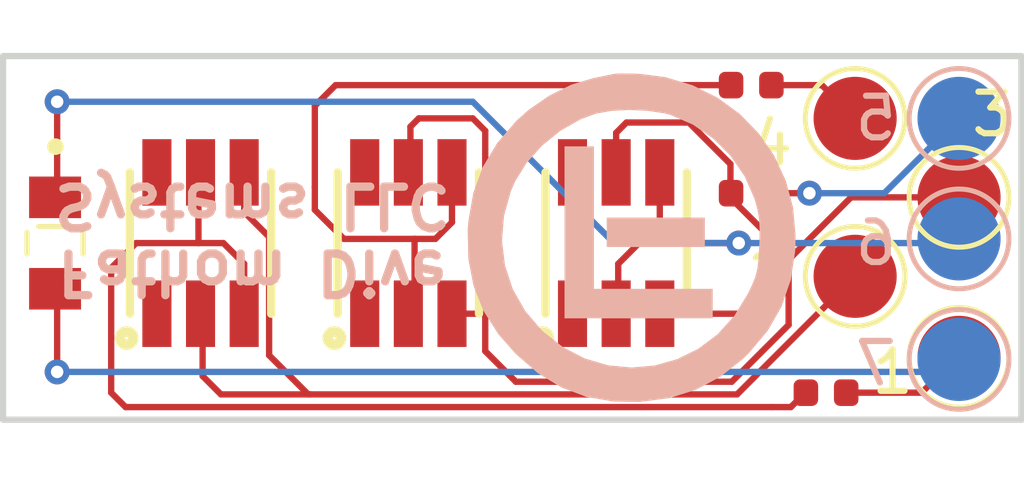
<source format=kicad_pcb>
(kicad_pcb (version 20171130) (host pcbnew "(5.1.5-0-10_14)")

  (general
    (thickness 1.6)
    (drawings 5)
    (tracks 86)
    (zones 0)
    (modules 15)
    (nets 17)
  )

  (page USLetter)
  (title_block
    (title "HUD display")
    (date 2021-01-28)
    (rev 3_0)
    (company "Fathom Dive Systems")
  )

  (layers
    (0 Top signal)
    (31 Bottom signal)
    (34 B.Paste user)
    (35 F.Paste user)
    (36 B.SilkS user)
    (37 F.SilkS user)
    (38 B.Mask user)
    (39 F.Mask user)
    (40 Dwgs.User user)
    (41 Cmts.User user)
    (42 Eco1.User user)
    (43 Eco2.User user)
    (44 Edge.Cuts user)
    (45 Margin user)
    (46 B.CrtYd user)
    (47 F.CrtYd user)
  )

  (setup
    (last_trace_width 0.1524)
    (trace_clearance 0.1524)
    (zone_clearance 0.508)
    (zone_45_only no)
    (trace_min 0.1524)
    (via_size 0.508)
    (via_drill 0.254)
    (via_min_size 0.508)
    (via_min_drill 0.254)
    (uvia_size 0.508)
    (uvia_drill 0.254)
    (uvias_allowed no)
    (uvia_min_size 0.2)
    (uvia_min_drill 0.1)
    (edge_width 0.15)
    (segment_width 0.2)
    (pcb_text_width 0.3)
    (pcb_text_size 1.5 1.5)
    (mod_edge_width 0.15)
    (mod_text_size 1 1)
    (mod_text_width 0.15)
    (pad_size 1.524 1.524)
    (pad_drill 0.762)
    (pad_to_mask_clearance 0.0508)
    (aux_axis_origin 0 0)
    (visible_elements FFFFEF7F)
    (pcbplotparams
      (layerselection 0x010fc_ffffffff)
      (usegerberextensions false)
      (usegerberattributes false)
      (usegerberadvancedattributes false)
      (creategerberjobfile false)
      (excludeedgelayer true)
      (linewidth 0.100000)
      (plotframeref false)
      (viasonmask false)
      (mode 1)
      (useauxorigin false)
      (hpglpennumber 1)
      (hpglpenspeed 20)
      (hpglpendiameter 15.000000)
      (psnegative false)
      (psa4output false)
      (plotreference true)
      (plotvalue true)
      (plotinvisibletext false)
      (padsonsilk false)
      (subtractmaskfromsilk false)
      (outputformat 1)
      (mirror false)
      (drillshape 1)
      (scaleselection 1)
      (outputdirectory ""))
  )

  (net 0 "")
  (net 1 "Net-(J1-Pad1)")
  (net 2 "Net-(J2-Pad1)")
  (net 3 "Net-(J3-Pad1)")
  (net 4 "Net-(J4-Pad1)")
  (net 5 "Net-(J5-Pad1)")
  (net 6 "Net-(J6-Pad1)")
  (net 7 "Net-(J7-Pad1)")
  (net 8 "Net-(LED1-Pad6)")
  (net 9 "Net-(LED1-Pad3)")
  (net 10 "Net-(LED1-Pad1)")
  (net 11 "Net-(LED2-Pad6)")
  (net 12 "Net-(LED2-Pad1)")
  (net 13 "Net-(LED3-Pad6)")
  (net 14 "Net-(LED3-Pad3)")
  (net 15 "Net-(LED3-Pad1)")
  (net 16 "Net-(LED2-Pad2)")

  (net_class Default "This is the default net class."
    (clearance 0.1524)
    (trace_width 0.1524)
    (via_dia 0.508)
    (via_drill 0.254)
    (uvia_dia 0.508)
    (uvia_drill 0.254)
    (diff_pair_width 0.1524)
    (diff_pair_gap 0.1524)
    (add_net "Net-(J1-Pad1)")
    (add_net "Net-(J2-Pad1)")
    (add_net "Net-(J3-Pad1)")
    (add_net "Net-(J4-Pad1)")
    (add_net "Net-(J5-Pad1)")
    (add_net "Net-(J6-Pad1)")
    (add_net "Net-(J7-Pad1)")
    (add_net "Net-(LED1-Pad1)")
    (add_net "Net-(LED1-Pad3)")
    (add_net "Net-(LED1-Pad6)")
    (add_net "Net-(LED2-Pad1)")
    (add_net "Net-(LED2-Pad2)")
    (add_net "Net-(LED2-Pad6)")
    (add_net "Net-(LED3-Pad1)")
    (add_net "Net-(LED3-Pad3)")
    (add_net "Net-(LED3-Pad6)")
  )

  (module "artwork:Fathom logo" (layer Bottom) (tedit 0) (tstamp 601393BD)
    (at 115.1 104.4)
    (fp_text reference G*** (at 0 0) (layer B.SilkS) hide
      (effects (font (size 1.524 1.524) (thickness 0.3)) (justify mirror))
    )
    (fp_text value LOGO (at 0.75 0) (layer B.SilkS) hide
      (effects (font (size 1.524 1.524) (thickness 0.3)) (justify mirror))
    )
    (fp_poly (pts (xy 1.778 -0.508) (xy -0.5715 -0.508) (xy -0.5715 0.1905) (xy 1.778 0.1905)
      (xy 1.778 -0.508)) (layer B.SilkS) (width 0.01))
    (fp_poly (pts (xy 1.9685 1.2065) (xy -0.889 1.2065) (xy -0.889 -2.2225) (xy -1.5875 -2.2225)
      (xy -1.5875 1.905) (xy 1.9685 1.905) (xy 1.9685 1.2065)) (layer B.SilkS) (width 0.01))
    (fp_poly (pts (xy 0.924427 3.825972) (xy 1.562975 3.627374) (xy 2.149207 3.316129) (xy 2.694434 2.887178)
      (xy 2.840039 2.74655) (xy 3.290226 2.211436) (xy 3.624692 1.626719) (xy 3.844915 0.988704)
      (xy 3.952372 0.293697) (xy 3.964326 -0.0635) (xy 3.902331 -0.752932) (xy 3.726665 -1.402477)
      (xy 3.447155 -2.001863) (xy 3.073626 -2.540819) (xy 2.615906 -3.009074) (xy 2.083822 -3.396359)
      (xy 1.4872 -3.692401) (xy 0.835867 -3.886931) (xy 0.230817 -3.965689) (xy -0.02825 -3.975581)
      (xy -0.250236 -3.976338) (xy -0.394894 -3.968011) (xy -0.41275 -3.964872) (xy -0.545493 -3.936499)
      (xy -0.748363 -3.895277) (xy -0.889 -3.867462) (xy -1.420947 -3.708157) (xy -1.954455 -3.446185)
      (xy -2.454998 -3.100642) (xy -2.74655 -2.840039) (xy -3.209072 -2.304189) (xy -3.552484 -1.730474)
      (xy -3.781845 -1.107583) (xy -3.902212 -0.424203) (xy -3.916979 -0.22225) (xy -3.911362 0.044503)
      (xy -3.100404 0.044503) (xy -3.052929 -0.557255) (xy -2.884606 -1.154299) (xy -2.786679 -1.38059)
      (xy -2.508438 -1.832312) (xy -2.133084 -2.249319) (xy -1.689694 -2.607228) (xy -1.207345 -2.881656)
      (xy -0.832329 -3.019459) (xy -0.468858 -3.084109) (xy -0.039328 -3.10626) (xy 0.403002 -3.086903)
      (xy 0.804868 -3.027028) (xy 0.961686 -2.986086) (xy 1.497759 -2.755244) (xy 1.986068 -2.419171)
      (xy 2.408581 -1.996108) (xy 2.747264 -1.504295) (xy 2.984083 -0.961971) (xy 2.993966 -0.930483)
      (xy 3.058698 -0.692326) (xy 3.09519 -0.470154) (xy 3.107752 -0.218778) (xy 3.100696 0.106993)
      (xy 3.098296 0.163195) (xy 3.08075 0.476289) (xy 3.054034 0.706367) (xy 3.007759 0.897405)
      (xy 2.931535 1.093381) (xy 2.825987 1.315928) (xy 2.49796 1.851717) (xy 2.095079 2.295532)
      (xy 1.631556 2.644806) (xy 1.121602 2.896975) (xy 0.57943 3.049475) (xy 0.01925 3.099739)
      (xy -0.544726 3.045203) (xy -1.098287 2.883302) (xy -1.627221 2.611471) (xy -2.117316 2.227145)
      (xy -2.13406 2.211174) (xy -2.543859 1.734311) (xy -2.843257 1.204661) (xy -3.029643 0.6366)
      (xy -3.100404 0.044503) (xy -3.911362 0.044503) (xy -3.902128 0.483025) (xy -3.777099 1.130164)
      (xy -3.537882 1.729563) (xy -3.180464 2.291614) (xy -2.764277 2.764277) (xy -2.226526 3.229193)
      (xy -1.660586 3.572374) (xy -1.056066 3.79783) (xy -0.40257 3.909574) (xy 0.22225 3.916979)
      (xy 0.924427 3.825972)) (layer B.SilkS) (width 0.01))
  )

  (module LED_SMD:PLCC6 (layer Top) (tedit 5E5EBE5F) (tstamp 601389AB)
    (at 114.75 104.5 90)
    (descr PLCC6)
    (tags LED)
    (path /60137055)
    (attr smd)
    (fp_text reference LED3 (at 1 -3 90) (layer F.SilkS) hide
      (effects (font (size 1.27 1.27) (thickness 0.254)))
    )
    (fp_text value CLX6F-FKC-CNP1ST1E1BB7D3D3 (at -0.019 3.556 90) (layer F.SilkS) hide
      (effects (font (size 1.27 1.27) (thickness 0.254)))
    )
    (fp_line (start -2.794 -2.032) (end -2.794 2.032) (layer F.CrtYd) (width 0.12))
    (fp_line (start 2.794 -2.032) (end -2.794 -2.032) (layer F.CrtYd) (width 0.12))
    (fp_line (start 2.794 2.032) (end 2.794 -2.032) (layer F.CrtYd) (width 0.12))
    (fp_line (start -2.794 2.032) (end 2.794 2.032) (layer F.CrtYd) (width 0.12))
    (fp_circle (center -2.286 -1.778) (end -2.318 -1.778) (layer F.SilkS) (width 0.254))
    (fp_line (start 1.7 1.7) (end -1.7 1.7) (layer F.SilkS) (width 0.2))
    (fp_line (start -1.7 -1.7) (end 1.7 -1.7) (layer F.SilkS) (width 0.2))
    (fp_line (start -1.7 1.7) (end -1.7 -1.7) (layer Dwgs.User) (width 0.2))
    (fp_line (start 1.7 1.7) (end -1.7 1.7) (layer Dwgs.User) (width 0.2))
    (fp_line (start 1.7 -1.7) (end 1.7 1.7) (layer Dwgs.User) (width 0.2))
    (fp_line (start -1.7 -1.7) (end 1.7 -1.7) (layer Dwgs.User) (width 0.2))
    (pad 6 smd rect (at 1.7 -1.05 180) (size 0.7 1.6) (layers Top F.Paste F.Mask)
      (net 13 "Net-(LED3-Pad6)"))
    (pad 5 smd rect (at 1.7 0 180) (size 0.7 1.6) (layers Top F.Paste F.Mask)
      (net 14 "Net-(LED3-Pad3)"))
    (pad 4 smd rect (at 1.7 1.05 180) (size 0.7 1.6) (layers Top F.Paste F.Mask)
      (net 6 "Net-(J6-Pad1)"))
    (pad 3 smd rect (at -1.7 1.05 180) (size 0.7 1.6) (layers Top F.Paste F.Mask)
      (net 14 "Net-(LED3-Pad3)"))
    (pad 2 smd rect (at -1.7 0 180) (size 0.7 1.6) (layers Top F.Paste F.Mask)
      (net 6 "Net-(J6-Pad1)"))
    (pad 1 smd rect (at -1.7 -1.05 180) (size 0.7 1.6) (layers Top F.Paste F.Mask)
      (net 15 "Net-(LED3-Pad1)"))
  )

  (module LED_SMD:PLCC6 (layer Top) (tedit 5E5EBE5F) (tstamp 60138996)
    (at 109.75 104.5 90)
    (descr PLCC6)
    (tags LED)
    (path /60136DB4)
    (attr smd)
    (fp_text reference LED2 (at 1 -3 90) (layer F.SilkS) hide
      (effects (font (size 1.27 1.27) (thickness 0.254)))
    )
    (fp_text value CLX6F-FKC-CNP1ST1E1BB7D3D3 (at -0.019 3.556 90) (layer F.SilkS) hide
      (effects (font (size 1.27 1.27) (thickness 0.254)))
    )
    (fp_line (start -2.794 -2.032) (end -2.794 2.032) (layer F.CrtYd) (width 0.12))
    (fp_line (start 2.794 -2.032) (end -2.794 -2.032) (layer F.CrtYd) (width 0.12))
    (fp_line (start 2.794 2.032) (end 2.794 -2.032) (layer F.CrtYd) (width 0.12))
    (fp_line (start -2.794 2.032) (end 2.794 2.032) (layer F.CrtYd) (width 0.12))
    (fp_circle (center -2.286 -1.778) (end -2.318 -1.778) (layer F.SilkS) (width 0.254))
    (fp_line (start 1.7 1.7) (end -1.7 1.7) (layer F.SilkS) (width 0.2))
    (fp_line (start -1.7 -1.7) (end 1.7 -1.7) (layer F.SilkS) (width 0.2))
    (fp_line (start -1.7 1.7) (end -1.7 -1.7) (layer Dwgs.User) (width 0.2))
    (fp_line (start 1.7 1.7) (end -1.7 1.7) (layer Dwgs.User) (width 0.2))
    (fp_line (start 1.7 -1.7) (end 1.7 1.7) (layer Dwgs.User) (width 0.2))
    (fp_line (start -1.7 -1.7) (end 1.7 -1.7) (layer Dwgs.User) (width 0.2))
    (pad 6 smd rect (at 1.7 -1.05 180) (size 0.7 1.6) (layers Top F.Paste F.Mask)
      (net 11 "Net-(LED2-Pad6)"))
    (pad 5 smd rect (at 1.7 0 180) (size 0.7 1.6) (layers Top F.Paste F.Mask)
      (net 3 "Net-(J3-Pad1)"))
    (pad 4 smd rect (at 1.7 1.05 180) (size 0.7 1.6) (layers Top F.Paste F.Mask)
      (net 16 "Net-(LED2-Pad2)"))
    (pad 3 smd rect (at -1.7 1.05 180) (size 0.7 1.6) (layers Top F.Paste F.Mask)
      (net 3 "Net-(J3-Pad1)"))
    (pad 2 smd rect (at -1.7 0 180) (size 0.7 1.6) (layers Top F.Paste F.Mask)
      (net 16 "Net-(LED2-Pad2)"))
    (pad 1 smd rect (at -1.7 -1.05 180) (size 0.7 1.6) (layers Top F.Paste F.Mask)
      (net 12 "Net-(LED2-Pad1)"))
  )

  (module LED_SMD:PLCC6 (layer Top) (tedit 5E5EBE5F) (tstamp 60138981)
    (at 104.75 104.5 90)
    (descr PLCC6)
    (tags LED)
    (path /601367BD)
    (attr smd)
    (fp_text reference LED1 (at 1 -3 90) (layer F.SilkS) hide
      (effects (font (size 1.27 1.27) (thickness 0.254)))
    )
    (fp_text value CLX6F-FKC-CNP1ST1E1BB7D3D3 (at -0.019 3.556 90) (layer F.SilkS) hide
      (effects (font (size 1.27 1.27) (thickness 0.254)))
    )
    (fp_line (start -2.794 -2.032) (end -2.794 2.032) (layer F.CrtYd) (width 0.12))
    (fp_line (start 2.794 -2.032) (end -2.794 -2.032) (layer F.CrtYd) (width 0.12))
    (fp_line (start 2.794 2.032) (end 2.794 -2.032) (layer F.CrtYd) (width 0.12))
    (fp_line (start -2.794 2.032) (end 2.794 2.032) (layer F.CrtYd) (width 0.12))
    (fp_circle (center -2.286 -1.778) (end -2.318 -1.778) (layer F.SilkS) (width 0.254))
    (fp_line (start 1.7 1.7) (end -1.7 1.7) (layer F.SilkS) (width 0.2))
    (fp_line (start -1.7 -1.7) (end 1.7 -1.7) (layer F.SilkS) (width 0.2))
    (fp_line (start -1.7 1.7) (end -1.7 -1.7) (layer Dwgs.User) (width 0.2))
    (fp_line (start 1.7 1.7) (end -1.7 1.7) (layer Dwgs.User) (width 0.2))
    (fp_line (start 1.7 -1.7) (end 1.7 1.7) (layer Dwgs.User) (width 0.2))
    (fp_line (start -1.7 -1.7) (end 1.7 -1.7) (layer Dwgs.User) (width 0.2))
    (pad 6 smd rect (at 1.7 -1.05 180) (size 0.7 1.6) (layers Top F.Paste F.Mask)
      (net 8 "Net-(LED1-Pad6)"))
    (pad 5 smd rect (at 1.7 0 180) (size 0.7 1.6) (layers Top F.Paste F.Mask)
      (net 9 "Net-(LED1-Pad3)"))
    (pad 4 smd rect (at 1.7 1.05 180) (size 0.7 1.6) (layers Top F.Paste F.Mask)
      (net 2 "Net-(J2-Pad1)"))
    (pad 3 smd rect (at -1.7 1.05 180) (size 0.7 1.6) (layers Top F.Paste F.Mask)
      (net 9 "Net-(LED1-Pad3)"))
    (pad 2 smd rect (at -1.7 0 180) (size 0.7 1.6) (layers Top F.Paste F.Mask)
      (net 2 "Net-(J2-Pad1)"))
    (pad 1 smd rect (at -1.7 -1.05 180) (size 0.7 1.6) (layers Top F.Paste F.Mask)
      (net 10 "Net-(LED1-Pad1)"))
  )

  (module Resistor_SMD:R_0402_1005Metric (layer Top) (tedit 5B301BBD) (tstamp 601389EB)
    (at 118 103.3)
    (descr "Resistor SMD 0402 (1005 Metric), square (rectangular) end terminal, IPC_7351 nominal, (Body size source: http://www.tortai-tech.com/upload/download/2011102023233369053.pdf), generated with kicad-footprint-generator")
    (tags resistor)
    (path /6014311C)
    (attr smd)
    (fp_text reference R3 (at 0 -1.17) (layer F.SilkS) hide
      (effects (font (size 1 1) (thickness 0.15)))
    )
    (fp_text value 1K (at 0 1.17) (layer F.Fab)
      (effects (font (size 1 1) (thickness 0.15)))
    )
    (fp_text user %R (at 0 0) (layer F.Fab)
      (effects (font (size 0.25 0.25) (thickness 0.04)))
    )
    (fp_line (start 0.93 0.47) (end -0.93 0.47) (layer F.CrtYd) (width 0.05))
    (fp_line (start 0.93 -0.47) (end 0.93 0.47) (layer F.CrtYd) (width 0.05))
    (fp_line (start -0.93 -0.47) (end 0.93 -0.47) (layer F.CrtYd) (width 0.05))
    (fp_line (start -0.93 0.47) (end -0.93 -0.47) (layer F.CrtYd) (width 0.05))
    (fp_line (start 0.5 0.25) (end -0.5 0.25) (layer F.Fab) (width 0.1))
    (fp_line (start 0.5 -0.25) (end 0.5 0.25) (layer F.Fab) (width 0.1))
    (fp_line (start -0.5 -0.25) (end 0.5 -0.25) (layer F.Fab) (width 0.1))
    (fp_line (start -0.5 0.25) (end -0.5 -0.25) (layer F.Fab) (width 0.1))
    (pad 2 smd roundrect (at 0.485 0) (size 0.59 0.64) (layers Top F.Paste F.Mask) (roundrect_rratio 0.25)
      (net 5 "Net-(J5-Pad1)"))
    (pad 1 smd roundrect (at -0.485 0) (size 0.59 0.64) (layers Top F.Paste F.Mask) (roundrect_rratio 0.25)
      (net 14 "Net-(LED3-Pad3)"))
    (model ${KISYS3DMOD}/Resistor_SMD.3dshapes/R_0402_1005Metric.wrl
      (at (xyz 0 0 0))
      (scale (xyz 1 1 1))
      (rotate (xyz 0 0 0))
    )
  )

  (module Resistor_SMD:R_0402_1005Metric (layer Top) (tedit 5B301BBD) (tstamp 601389DC)
    (at 118 100.7)
    (descr "Resistor SMD 0402 (1005 Metric), square (rectangular) end terminal, IPC_7351 nominal, (Body size source: http://www.tortai-tech.com/upload/download/2011102023233369053.pdf), generated with kicad-footprint-generator")
    (tags resistor)
    (path /601429DE)
    (attr smd)
    (fp_text reference R2 (at 0 -1.17) (layer F.SilkS) hide
      (effects (font (size 1 1) (thickness 0.15)))
    )
    (fp_text value 1K (at 0 1.17) (layer F.Fab)
      (effects (font (size 1 1) (thickness 0.15)))
    )
    (fp_text user %R (at 0 0) (layer F.Fab)
      (effects (font (size 0.25 0.25) (thickness 0.04)))
    )
    (fp_line (start 0.93 0.47) (end -0.93 0.47) (layer F.CrtYd) (width 0.05))
    (fp_line (start 0.93 -0.47) (end 0.93 0.47) (layer F.CrtYd) (width 0.05))
    (fp_line (start -0.93 -0.47) (end 0.93 -0.47) (layer F.CrtYd) (width 0.05))
    (fp_line (start -0.93 0.47) (end -0.93 -0.47) (layer F.CrtYd) (width 0.05))
    (fp_line (start 0.5 0.25) (end -0.5 0.25) (layer F.Fab) (width 0.1))
    (fp_line (start 0.5 -0.25) (end 0.5 0.25) (layer F.Fab) (width 0.1))
    (fp_line (start -0.5 -0.25) (end 0.5 -0.25) (layer F.Fab) (width 0.1))
    (fp_line (start -0.5 0.25) (end -0.5 -0.25) (layer F.Fab) (width 0.1))
    (pad 2 smd roundrect (at 0.485 0) (size 0.59 0.64) (layers Top F.Paste F.Mask) (roundrect_rratio 0.25)
      (net 4 "Net-(J4-Pad1)"))
    (pad 1 smd roundrect (at -0.485 0) (size 0.59 0.64) (layers Top F.Paste F.Mask) (roundrect_rratio 0.25)
      (net 16 "Net-(LED2-Pad2)"))
    (model ${KISYS3DMOD}/Resistor_SMD.3dshapes/R_0402_1005Metric.wrl
      (at (xyz 0 0 0))
      (scale (xyz 1 1 1))
      (rotate (xyz 0 0 0))
    )
  )

  (module Resistor_SMD:R_0402_1005Metric (layer Top) (tedit 5B301BBD) (tstamp 601389CD)
    (at 119.8 108.1)
    (descr "Resistor SMD 0402 (1005 Metric), square (rectangular) end terminal, IPC_7351 nominal, (Body size source: http://www.tortai-tech.com/upload/download/2011102023233369053.pdf), generated with kicad-footprint-generator")
    (tags resistor)
    (path /60141F81)
    (attr smd)
    (fp_text reference R1 (at 0 -1.17) (layer F.SilkS) hide
      (effects (font (size 1 1) (thickness 0.15)))
    )
    (fp_text value 1K (at 0 1.17) (layer F.Fab)
      (effects (font (size 1 1) (thickness 0.15)))
    )
    (fp_text user %R (at 0 0) (layer F.Fab)
      (effects (font (size 0.25 0.25) (thickness 0.04)))
    )
    (fp_line (start 0.93 0.47) (end -0.93 0.47) (layer F.CrtYd) (width 0.05))
    (fp_line (start 0.93 -0.47) (end 0.93 0.47) (layer F.CrtYd) (width 0.05))
    (fp_line (start -0.93 -0.47) (end 0.93 -0.47) (layer F.CrtYd) (width 0.05))
    (fp_line (start -0.93 0.47) (end -0.93 -0.47) (layer F.CrtYd) (width 0.05))
    (fp_line (start 0.5 0.25) (end -0.5 0.25) (layer F.Fab) (width 0.1))
    (fp_line (start 0.5 -0.25) (end 0.5 0.25) (layer F.Fab) (width 0.1))
    (fp_line (start -0.5 -0.25) (end 0.5 -0.25) (layer F.Fab) (width 0.1))
    (fp_line (start -0.5 0.25) (end -0.5 -0.25) (layer F.Fab) (width 0.1))
    (pad 2 smd roundrect (at 0.485 0) (size 0.59 0.64) (layers Top F.Paste F.Mask) (roundrect_rratio 0.25)
      (net 1 "Net-(J1-Pad1)"))
    (pad 1 smd roundrect (at -0.485 0) (size 0.59 0.64) (layers Top F.Paste F.Mask) (roundrect_rratio 0.25)
      (net 9 "Net-(LED1-Pad3)"))
    (model ${KISYS3DMOD}/Resistor_SMD.3dshapes/R_0402_1005Metric.wrl
      (at (xyz 0 0 0))
      (scale (xyz 1 1 1))
      (rotate (xyz 0 0 0))
    )
  )

  (module SFH_3716:TRANS_SFH_3716 (layer Top) (tedit 6013348E) (tstamp 601389BE)
    (at 101.25 104.5 270)
    (path /601378C2)
    (fp_text reference Q1 (at 1.155 -1.85 90) (layer F.SilkS) hide
      (effects (font (size 1 1) (thickness 0.015)))
    )
    (fp_text value SFH_3716 (at 6.92 1.565 90) (layer F.Fab)
      (effects (font (size 1 1) (thickness 0.015)))
    )
    (fp_line (start -0.4 -0.4) (end -0.4 0.4) (layer F.SilkS) (width 0.12))
    (fp_line (start 0.26 -0.675) (end -0.26 -0.675) (layer F.SilkS) (width 0.127))
    (fp_line (start -0.26 0.675) (end 0.26 0.675) (layer F.SilkS) (width 0.127))
    (fp_line (start -1.05 -0.675) (end 1.05 -0.675) (layer F.Fab) (width 0.127))
    (fp_line (start -1.05 0.675) (end -1.05 -0.675) (layer F.Fab) (width 0.127))
    (fp_line (start 1.05 0.675) (end -1.05 0.675) (layer F.Fab) (width 0.127))
    (fp_line (start 1.05 -0.675) (end 1.05 0.675) (layer F.Fab) (width 0.127))
    (fp_circle (center -2.32 -0.01) (end -2.22 -0.01) (layer F.Fab) (width 0.2))
    (fp_circle (center -2.32 -0.01) (end -2.22 -0.01) (layer F.SilkS) (width 0.2))
    (fp_line (start 1.85 -0.925) (end 1.85 0.925) (layer F.CrtYd) (width 0.05))
    (fp_line (start -1.85 0.925) (end -1.85 -0.925) (layer F.CrtYd) (width 0.05))
    (fp_line (start 1.85 0.925) (end -1.85 0.925) (layer F.CrtYd) (width 0.05))
    (fp_line (start -1.85 -0.925) (end 1.85 -0.925) (layer F.CrtYd) (width 0.05))
    (pad 2 smd rect (at 1.1 0 270) (size 1 1.25) (layers Top F.Paste F.Mask)
      (net 7 "Net-(J7-Pad1)"))
    (pad 1 smd rect (at -1.1 0 270) (size 1 1.25) (layers Top F.Paste F.Mask)
      (net 6 "Net-(J6-Pad1)"))
  )

  (module TestPoint:TestPoint_Pad_D2.0mm (layer Bottom) (tedit 5A0F774F) (tstamp 6013896C)
    (at 123 107.3)
    (descr "SMD pad as test Point, diameter 2.0mm")
    (tags "test point SMD pad")
    (path /60139AD1)
    (attr virtual)
    (fp_text reference 7 (at -2 0.1) (layer B.SilkS)
      (effects (font (size 1 1) (thickness 0.15)) (justify mirror))
    )
    (fp_text value 7 (at 0 -2.05) (layer B.Fab)
      (effects (font (size 1 1) (thickness 0.15)) (justify mirror))
    )
    (fp_circle (center 0 0) (end 0 -1.2) (layer B.SilkS) (width 0.12))
    (fp_circle (center 0 0) (end 1.5 0) (layer B.CrtYd) (width 0.05))
    (fp_text user %R (at 0 2) (layer B.Fab)
      (effects (font (size 1 1) (thickness 0.15)) (justify mirror))
    )
    (pad 1 smd circle (at 0 0) (size 2 2) (layers Bottom B.Mask)
      (net 7 "Net-(J7-Pad1)"))
  )

  (module TestPoint:TestPoint_Pad_D2.0mm (layer Bottom) (tedit 5A0F774F) (tstamp 60138964)
    (at 123 104.4)
    (descr "SMD pad as test Point, diameter 2.0mm")
    (tags "test point SMD pad")
    (path /60139411)
    (attr virtual)
    (fp_text reference 6 (at -2 0.1) (layer B.SilkS)
      (effects (font (size 1 1) (thickness 0.15)) (justify mirror))
    )
    (fp_text value 6 (at 0 -2.05) (layer B.Fab)
      (effects (font (size 1 1) (thickness 0.15)) (justify mirror))
    )
    (fp_circle (center 0 0) (end 0 -1.2) (layer B.SilkS) (width 0.12))
    (fp_circle (center 0 0) (end 1.5 0) (layer B.CrtYd) (width 0.05))
    (fp_text user %R (at 0 2) (layer B.Fab)
      (effects (font (size 1 1) (thickness 0.15)) (justify mirror))
    )
    (pad 1 smd circle (at 0 0) (size 2 2) (layers Bottom B.Mask)
      (net 6 "Net-(J6-Pad1)"))
  )

  (module TestPoint:TestPoint_Pad_D2.0mm (layer Bottom) (tedit 5A0F774F) (tstamp 6013895C)
    (at 123 101.5)
    (descr "SMD pad as test Point, diameter 2.0mm")
    (tags "test point SMD pad")
    (path /60138FF1)
    (attr virtual)
    (fp_text reference 5 (at -2 0) (layer B.SilkS)
      (effects (font (size 1 1) (thickness 0.15)) (justify mirror))
    )
    (fp_text value 5 (at 0 -2.05) (layer B.Fab)
      (effects (font (size 1 1) (thickness 0.15)) (justify mirror))
    )
    (fp_circle (center 0 0) (end 0 -1.2) (layer B.SilkS) (width 0.12))
    (fp_circle (center 0 0) (end 1.5 0) (layer B.CrtYd) (width 0.05))
    (fp_text user %R (at 0 2) (layer B.Fab)
      (effects (font (size 1 1) (thickness 0.15)) (justify mirror))
    )
    (pad 1 smd circle (at 0 0) (size 2 2) (layers Bottom B.Mask)
      (net 5 "Net-(J5-Pad1)"))
  )

  (module TestPoint:TestPoint_Pad_D2.0mm (layer Top) (tedit 5A0F774F) (tstamp 60138954)
    (at 120.5 101.5)
    (descr "SMD pad as test Point, diameter 2.0mm")
    (tags "test point SMD pad")
    (path /60138C3A)
    (attr virtual)
    (fp_text reference 4 (at -2 0.6) (layer F.SilkS)
      (effects (font (size 1 1) (thickness 0.15)))
    )
    (fp_text value 4 (at 0 2.05) (layer F.Fab)
      (effects (font (size 1 1) (thickness 0.15)))
    )
    (fp_circle (center 0 0) (end 0 1.2) (layer F.SilkS) (width 0.12))
    (fp_circle (center 0 0) (end 1.5 0) (layer F.CrtYd) (width 0.05))
    (fp_text user %R (at 0 -2) (layer F.Fab)
      (effects (font (size 1 1) (thickness 0.15)))
    )
    (pad 1 smd circle (at 0 0) (size 2 2) (layers Top F.Mask)
      (net 4 "Net-(J4-Pad1)"))
  )

  (module TestPoint:TestPoint_Pad_D2.0mm (layer Top) (tedit 5A0F774F) (tstamp 6013929C)
    (at 123 103.4)
    (descr "SMD pad as test Point, diameter 2.0mm")
    (tags "test point SMD pad")
    (path /601387C6)
    (attr virtual)
    (fp_text reference 3 (at 0.8 -1.998) (layer F.SilkS)
      (effects (font (size 1 1) (thickness 0.15)))
    )
    (fp_text value 3 (at 0 2.05) (layer F.Fab)
      (effects (font (size 1 1) (thickness 0.15)))
    )
    (fp_circle (center 0 0) (end 0 1.2) (layer F.SilkS) (width 0.12))
    (fp_circle (center 0 0) (end 1.5 0) (layer F.CrtYd) (width 0.05))
    (fp_text user %R (at 0 -2) (layer F.Fab)
      (effects (font (size 1 1) (thickness 0.15)))
    )
    (pad 1 smd circle (at 0 0) (size 2 2) (layers Top F.Mask)
      (net 3 "Net-(J3-Pad1)"))
  )

  (module TestPoint:TestPoint_Pad_D2.0mm (layer Top) (tedit 5A0F774F) (tstamp 60138944)
    (at 120.5 105.3)
    (descr "SMD pad as test Point, diameter 2.0mm")
    (tags "test point SMD pad")
    (path /601385C8)
    (attr virtual)
    (fp_text reference 2 (at -2.1 0) (layer F.SilkS)
      (effects (font (size 1 1) (thickness 0.15)))
    )
    (fp_text value 2 (at 0 2.05) (layer F.Fab)
      (effects (font (size 1 1) (thickness 0.15)))
    )
    (fp_circle (center 0 0) (end 0 1.2) (layer F.SilkS) (width 0.12))
    (fp_circle (center 0 0) (end 1.5 0) (layer F.CrtYd) (width 0.05))
    (fp_text user %R (at 0 -2) (layer F.Fab)
      (effects (font (size 1 1) (thickness 0.15)))
    )
    (pad 1 smd circle (at 0 0) (size 2 2) (layers Top F.Mask)
      (net 2 "Net-(J2-Pad1)"))
  )

  (module TestPoint:TestPoint_Pad_D2.0mm (layer Top) (tedit 5A0F774F) (tstamp 6013893C)
    (at 123 107.25)
    (descr "SMD pad as test Point, diameter 2.0mm")
    (tags "test point SMD pad")
    (path /60137EF9)
    (attr virtual)
    (fp_text reference 1 (at -1.6 0.35) (layer F.SilkS)
      (effects (font (size 1 1) (thickness 0.15)))
    )
    (fp_text value 1 (at 0 2.05) (layer F.Fab)
      (effects (font (size 1 1) (thickness 0.15)))
    )
    (fp_circle (center 0 0) (end 0 1.2) (layer F.SilkS) (width 0.12))
    (fp_circle (center 0 0) (end 1.5 0) (layer F.CrtYd) (width 0.05))
    (fp_text user %R (at 0 -2) (layer F.Fab)
      (effects (font (size 1 1) (thickness 0.15)))
    )
    (pad 1 smd circle (at 0 0) (size 2 2) (layers Top F.Mask)
      (net 1 "Net-(J1-Pad1)"))
  )

  (gr_text "Fathom Dive\nSystems LLC" (at 106 104.4 180) (layer B.SilkS)
    (effects (font (size 1 1) (thickness 0.2)) (justify mirror))
  )
  (gr_line (start 100 108.75) (end 100 100) (layer Edge.Cuts) (width 0.15) (tstamp 601387D2))
  (gr_line (start 124.5 108.75) (end 100 108.75) (layer Edge.Cuts) (width 0.15))
  (gr_line (start 124.5 100) (end 124.5 108.75) (layer Edge.Cuts) (width 0.15))
  (gr_line (start 100 100) (end 124.5 100) (layer Edge.Cuts) (width 0.15))

  (segment (start 122.38 107.3) (end 123 107.3) (width 0.1524) (layer Top) (net 1))
  (segment (start 120.285 108.1) (end 122.1 108.1) (width 0.1524) (layer Top) (net 1))
  (segment (start 122.1 108.1) (end 123 107.2) (width 0.1524) (layer Top) (net 1))
  (segment (start 120.5 105.3) (end 117.65842 108.14158) (width 0.1524) (layer Top) (net 2))
  (segment (start 117.65842 108.14158) (end 105.24158 108.14158) (width 0.1524) (layer Top) (net 2))
  (segment (start 105.24158 108.14158) (end 104.8 107.7) (width 0.1524) (layer Top) (net 2))
  (segment (start 104.8 107.7) (end 104.8 106.2) (width 0.1524) (layer Top) (net 2))
  (segment (start 105.8 103.7524) (end 106.4 104.3524) (width 0.1524) (layer Top) (net 2))
  (segment (start 105.8 102.8) (end 105.8 103.7524) (width 0.1524) (layer Top) (net 2))
  (segment (start 106.4 107.2) (end 107.34158 108.14158) (width 0.1524) (layer Top) (net 2))
  (segment (start 107.34158 108.14158) (end 107.4 108.14158) (width 0.1524) (layer Top) (net 2))
  (segment (start 106.4 104.3524) (end 106.4 107.2) (width 0.1524) (layer Top) (net 2))
  (segment (start 123 103.4) (end 120.4 103.4) (width 0.1524) (layer Top) (net 3))
  (segment (start 118.9 104.9) (end 118.9 106.468934) (width 0.1524) (layer Top) (net 3))
  (segment (start 120.4 103.4) (end 118.9 104.9) (width 0.1524) (layer Top) (net 3))
  (segment (start 118.9 106.468934) (end 117.532164 107.83677) (width 0.1524) (layer Top) (net 3))
  (segment (start 117.532164 107.83677) (end 112.33677 107.83677) (width 0.1524) (layer Top) (net 3))
  (segment (start 112.33677 107.83677) (end 111.6 107.1) (width 0.1524) (layer Top) (net 3))
  (segment (start 111.6 101.8) (end 111.3 101.5) (width 0.1524) (layer Top) (net 3))
  (segment (start 111.3 101.5) (end 110 101.5) (width 0.1524) (layer Top) (net 3))
  (segment (start 110 101.5) (end 109.8 101.7) (width 0.1524) (layer Top) (net 3))
  (segment (start 109.8 101.7) (end 109.8 102.8) (width 0.1524) (layer Top) (net 3))
  (segment (start 110.8 106.2) (end 111.6 106.2) (width 0.1524) (layer Top) (net 3))
  (segment (start 111.6 106.2) (end 111.6 101.8) (width 0.1524) (layer Top) (net 3))
  (segment (start 111.6 107.1) (end 111.6 106.2) (width 0.1524) (layer Top) (net 3))
  (segment (start 118.485 100.7) (end 119.7 100.7) (width 0.1524) (layer Top) (net 4))
  (segment (start 119.7 100.7) (end 120.5 101.5) (width 0.1524) (layer Top) (net 4))
  (via (at 119.4 103.3) (size 0.6) (drill 0.3) (layers Top Bottom) (net 5))
  (segment (start 118.485 103.3) (end 119.4 103.3) (width 0.1524) (layer Top) (net 5))
  (segment (start 119.4 103.3) (end 121.2 103.3) (width 0.1524) (layer Bottom) (net 5))
  (segment (start 121.2 103.3) (end 123 101.5) (width 0.1524) (layer Bottom) (net 5))
  (via (at 101.3 101.1) (size 0.6) (drill 0.3) (layers Top Bottom) (net 6) (tstamp 60139160))
  (segment (start 101.3 101.1) (end 101.3 103.4) (width 0.1524) (layer Top) (net 6))
  (segment (start 101.3 101.1) (end 111.3 101.1) (width 0.1524) (layer Bottom) (net 6))
  (segment (start 122.9 104.5) (end 123 104.4) (width 0.1524) (layer Bottom) (net 6))
  (segment (start 117.7 104.5) (end 122.9 104.5) (width 0.1524) (layer Bottom) (net 6))
  (via (at 117.7 104.5) (size 0.6) (drill 0.3) (layers Top Bottom) (net 6))
  (segment (start 117.7 104.5) (end 116.4 104.5) (width 0.1524) (layer Top) (net 6))
  (segment (start 116.4 104.5) (end 116.1 104.5) (width 0.1524) (layer Top) (net 6))
  (segment (start 116.1 104.5) (end 115.8 104.2) (width 0.1524) (layer Top) (net 6))
  (segment (start 115.8 104.2) (end 115.8 102.9) (width 0.1524) (layer Top) (net 6))
  (segment (start 116.1 104.5) (end 115.4 104.5) (width 0.1524) (layer Top) (net 6))
  (segment (start 115.4 104.5) (end 115.3 104.5) (width 0.1524) (layer Top) (net 6))
  (segment (start 115.3 104.5) (end 114.8 105) (width 0.1524) (layer Top) (net 6))
  (segment (start 114.8 105) (end 114.8 106.3) (width 0.1524) (layer Top) (net 6))
  (segment (start 114.7 104.5) (end 117.7 104.5) (width 0.1524) (layer Bottom) (net 6))
  (segment (start 111.3 101.1) (end 114.7 104.5) (width 0.1524) (layer Bottom) (net 6))
  (via (at 101.3 107.6) (size 0.6) (drill 0.3) (layers Top Bottom) (net 7) (tstamp 6013916D))
  (segment (start 101.3 107.6) (end 122.8 107.6) (width 0.1524) (layer Bottom) (net 7))
  (segment (start 122.8 107.6) (end 123 107.4) (width 0.1524) (layer Bottom) (net 7))
  (segment (start 101.3 107.6) (end 101.3 105.6) (width 0.1524) (layer Top) (net 7))
  (segment (start 105.3 104.5) (end 105.8 105) (width 0.1524) (layer Top) (net 9))
  (segment (start 105.8 105) (end 105.8 106.2) (width 0.1524) (layer Top) (net 9))
  (segment (start 104.7 104.5) (end 104.7 102.8) (width 0.1524) (layer Top) (net 9))
  (segment (start 104.7 104.5) (end 105.3 104.5) (width 0.1524) (layer Top) (net 9))
  (segment (start 103.2 104.5) (end 104.7 104.5) (width 0.1524) (layer Top) (net 9))
  (segment (start 102.6 105.1) (end 103.2 104.5) (width 0.1524) (layer Top) (net 9))
  (segment (start 102.6 108.1) (end 102.6 105.1) (width 0.1524) (layer Top) (net 9))
  (segment (start 102.94639 108.44639) (end 102.6 108.1) (width 0.1524) (layer Top) (net 9))
  (segment (start 118.5 108.44639) (end 102.94639 108.44639) (width 0.1524) (layer Top) (net 9))
  (segment (start 118.5 108.44639) (end 118.95361 108.44639) (width 0.1524) (layer Top) (net 9))
  (segment (start 118.95361 108.44639) (end 119.3 108.1) (width 0.1524) (layer Top) (net 9))
  (segment (start 114.75 101.8476) (end 114.9976 101.6) (width 0.1524) (layer Top) (net 14))
  (segment (start 114.75 102.8) (end 114.75 101.8476) (width 0.1524) (layer Top) (net 14))
  (segment (start 114.9976 101.6) (end 116.4 101.6) (width 0.1524) (layer Top) (net 14))
  (segment (start 116.4 101.6) (end 116.5 101.6) (width 0.1524) (layer Top) (net 14))
  (segment (start 116.5 101.6) (end 117.5 102.6) (width 0.1524) (layer Top) (net 14))
  (segment (start 117.5 102.6) (end 117.5 103.3) (width 0.1524) (layer Top) (net 14))
  (segment (start 116.3024 106.2) (end 115.8 106.2) (width 0.1524) (layer Top) (net 14))
  (segment (start 116.3024 106.2) (end 118.2 106.2) (width 0.1524) (layer Top) (net 14))
  (segment (start 118.4 106.2) (end 118.59519 106.00481) (width 0.1524) (layer Top) (net 14))
  (segment (start 118.2 106.2) (end 118.4 106.2) (width 0.1524) (layer Top) (net 14))
  (segment (start 118.59519 106.00481) (end 118.59519 104.50481) (width 0.1524) (layer Top) (net 14))
  (segment (start 118.59519 104.50481) (end 117.5 103.40962) (width 0.1524) (layer Top) (net 14))
  (segment (start 117.5 103.40962) (end 117.5 103.3) (width 0.1524) (layer Top) (net 14))
  (segment (start 117.515 100.7) (end 117.22 100.7) (width 0.1524) (layer Top) (net 16))
  (segment (start 117.22 100.7) (end 108 100.7) (width 0.1524) (layer Top) (net 16))
  (segment (start 108 100.7) (end 107.5 101.2) (width 0.1524) (layer Top) (net 16))
  (segment (start 107.5 101.2) (end 107.5 103.161482) (width 0.1524) (layer Top) (net 16))
  (segment (start 107.5 103.161482) (end 107.5 103.7) (width 0.1524) (layer Top) (net 16))
  (segment (start 107.5 103.7) (end 108.2 104.4) (width 0.1524) (layer Top) (net 16))
  (segment (start 110.4 104.4) (end 110.8 104) (width 0.1524) (layer Top) (net 16))
  (segment (start 110.8 104) (end 110.8 102.9) (width 0.1524) (layer Top) (net 16))
  (segment (start 109.9 104.4) (end 109.9 106) (width 0.1524) (layer Top) (net 16))
  (segment (start 108.2 104.4) (end 109.9 104.4) (width 0.1524) (layer Top) (net 16))
  (segment (start 109.9 104.4) (end 110.4 104.4) (width 0.1524) (layer Top) (net 16))

)

</source>
